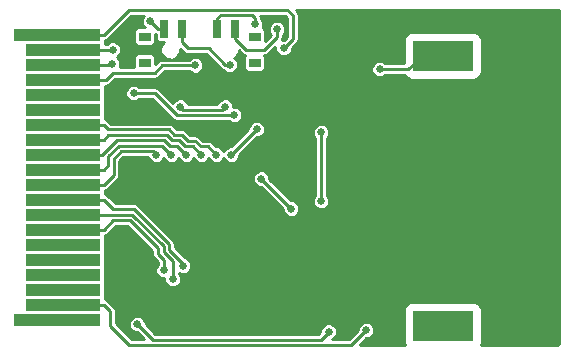
<source format=gtl>
%FSLAX46Y46*%
G04 Gerber Fmt 4.6, Leading zero omitted, Abs format (unit mm)*
G04 Created by KiCad (PCBNEW (2014-10-27 BZR 5228)-product) date 5/3/2015 5:03:20 PM*
%MOMM*%
G01*
G04 APERTURE LIST*
%ADD10C,0.100000*%
%ADD11R,5.080000X2.540000*%
%ADD12C,6.350000*%
%ADD13R,7.366000X1.016000*%
%ADD14R,6.350000X1.016000*%
%ADD15R,0.700000X1.500000*%
%ADD16R,1.000000X0.800000*%
%ADD17C,0.635000*%
%ADD18C,0.228600*%
%ADD19C,0.254000*%
G04 APERTURE END LIST*
D10*
D11*
X36322000Y-27178000D03*
D12*
X36322000Y-15748000D03*
D11*
X36322000Y-4318000D03*
D13*
X3683000Y-2540000D03*
D14*
X4191000Y-3810000D03*
X4191000Y-5080000D03*
X4191000Y-6350000D03*
X4191000Y-7620000D03*
X4191000Y-8890000D03*
X4191000Y-10160000D03*
X4191000Y-11430000D03*
X4191000Y-12700000D03*
X4191000Y-13970000D03*
X4191000Y-15240000D03*
X4191000Y-16510000D03*
X4191000Y-17780000D03*
X4191000Y-19050000D03*
X4191000Y-20320000D03*
X4191000Y-21590000D03*
X4191000Y-22860000D03*
X4191000Y-24130000D03*
X4191000Y-25400000D03*
D13*
X3683000Y-26670000D03*
D15*
X18748000Y-2060000D03*
X17248000Y-2060000D03*
X12748000Y-2060000D03*
D16*
X20398000Y-4910000D03*
X20398000Y-2710000D03*
X11098000Y-2710000D03*
X11098000Y-4910000D03*
D15*
X14248000Y-2060000D03*
D17*
X22860000Y-3683000D03*
X20447000Y-1651000D03*
X10477500Y-27051000D03*
X26670000Y-27686000D03*
X20955000Y-14732000D03*
X23495000Y-17272000D03*
X17145000Y-12700000D03*
X15875000Y-12700000D03*
X14605000Y-12700000D03*
X13335000Y-12700000D03*
X12065000Y-12700000D03*
X12700000Y-22479000D03*
X13462000Y-23241000D03*
X14351000Y-22098000D03*
X32385000Y-25146000D03*
X12065000Y-25019000D03*
X22860000Y-1397000D03*
X11557000Y-8636000D03*
X25654000Y-9398000D03*
X25400000Y-23368000D03*
X15367000Y-5143500D03*
X8382000Y-3810000D03*
X22288500Y-2095500D03*
X10160000Y-7493000D03*
X8318500Y-5016500D03*
X18669000Y-9334500D03*
X18415000Y-12700000D03*
X20574000Y-10541000D03*
X29845000Y-27559000D03*
X26035000Y-10795000D03*
X26035000Y-16637000D03*
X30988000Y-5461000D03*
X11557000Y-1397000D03*
X18288000Y-5080000D03*
X17907000Y-8636000D03*
X14097000Y-8636000D03*
D18*
X23622000Y-2921000D02*
X23622000Y-889000D01*
X23622000Y-889000D02*
X23164798Y-431798D01*
X23164798Y-431798D02*
X9728202Y-431798D01*
X9728202Y-431798D02*
X7620000Y-2540000D01*
X7620000Y-2540000D02*
X3683000Y-2540000D01*
X22860000Y-3683000D02*
X23622000Y-2921000D01*
X17248000Y-1167000D02*
X17526000Y-889000D01*
X17526000Y-889000D02*
X20193000Y-889000D01*
X20193000Y-889000D02*
X20447000Y-1143000D01*
X20447000Y-1143000D02*
X20447000Y-1651000D01*
X17248000Y-2060000D02*
X17248000Y-1167000D01*
X25984202Y-28371798D02*
X11798298Y-28371798D01*
X11798298Y-28371798D02*
X10477500Y-27051000D01*
X26670000Y-27686000D02*
X25984202Y-28371798D01*
X23495000Y-17272000D02*
X20955000Y-14732000D01*
X13598342Y-11023596D02*
X13141140Y-10566394D01*
X16446500Y-12001500D02*
X15823082Y-12001500D01*
X15823082Y-12001500D02*
X15360089Y-11538507D01*
X15360089Y-11538507D02*
X14736671Y-11538507D01*
X14736671Y-11538507D02*
X14221760Y-11023596D01*
X14221760Y-11023596D02*
X13598342Y-11023596D01*
X17145000Y-12700000D02*
X16446500Y-12001500D01*
X7620000Y-10160000D02*
X4191000Y-10160000D01*
X8026394Y-10566394D02*
X7620000Y-10160000D01*
X13141140Y-10566394D02*
X8026394Y-10566394D01*
X13408962Y-11480798D02*
X12951760Y-11023596D01*
X15875000Y-12700000D02*
X15170709Y-11995709D01*
X14032380Y-11480798D02*
X13408962Y-11480798D01*
X14547291Y-11995709D02*
X14032380Y-11480798D01*
X15170709Y-11995709D02*
X14547291Y-11995709D01*
X8026404Y-11023596D02*
X7620000Y-11430000D01*
X7620000Y-11430000D02*
X4191000Y-11430000D01*
X12951760Y-11023596D02*
X8026404Y-11023596D01*
X13219582Y-11938000D02*
X12762380Y-11480798D01*
X4191000Y-12700000D02*
X7493000Y-12700000D01*
X8712202Y-11480798D02*
X7493000Y-12700000D01*
X13843000Y-11938000D02*
X13219582Y-11938000D01*
X14605000Y-12700000D02*
X13843000Y-11938000D01*
X12762380Y-11480798D02*
X8712202Y-11480798D01*
X8901582Y-11938000D02*
X8001000Y-12838582D01*
X8001000Y-12838582D02*
X8001000Y-13589000D01*
X8001000Y-13589000D02*
X7620000Y-13970000D01*
X7620000Y-13970000D02*
X4191000Y-13970000D01*
X13335000Y-12700000D02*
X12573000Y-11938000D01*
X12573000Y-11938000D02*
X8901582Y-11938000D01*
X11760202Y-12395202D02*
X9090962Y-12395202D01*
X9090962Y-12395202D02*
X8458202Y-13027962D01*
X8458202Y-13027962D02*
X8458202Y-14401798D01*
X8458202Y-14401798D02*
X7620000Y-15240000D01*
X7620000Y-15240000D02*
X4191000Y-15240000D01*
X12065000Y-12700000D02*
X11760202Y-12395202D01*
X12700000Y-22479000D02*
X12700000Y-21601582D01*
X12700000Y-21601582D02*
X12237007Y-21138589D01*
X12237007Y-21138589D02*
X12237007Y-20642171D01*
X12237007Y-20642171D02*
X9832038Y-18237202D01*
X9832038Y-18237202D02*
X8432798Y-18237202D01*
X8432798Y-18237202D02*
X7620000Y-19050000D01*
X7620000Y-19050000D02*
X4191000Y-19050000D01*
X13462000Y-23241000D02*
X13462000Y-21717000D01*
X13462000Y-21717000D02*
X12694209Y-20949209D01*
X12694209Y-20949209D02*
X12694209Y-20452791D01*
X12694209Y-20452791D02*
X10021418Y-17780000D01*
X10021418Y-17780000D02*
X4191000Y-17780000D01*
X14351000Y-22098000D02*
X14351000Y-21959418D01*
X14351000Y-21959418D02*
X13151411Y-20759829D01*
X13151411Y-20759829D02*
X13151411Y-20263411D01*
X13151411Y-20263411D02*
X10210798Y-17322798D01*
X10210798Y-17322798D02*
X8432798Y-17322798D01*
X8432798Y-17322798D02*
X7620000Y-16510000D01*
X7620000Y-16510000D02*
X4191000Y-16510000D01*
X32385000Y-25146000D02*
X32385000Y-19685000D01*
X32385000Y-19685000D02*
X36322000Y-15748000D01*
X27051000Y-25019000D02*
X36322000Y-15748000D01*
X12065000Y-25019000D02*
X27051000Y-25019000D01*
X29972000Y-9398000D02*
X25654000Y-9398000D01*
X36322000Y-15748000D02*
X29972000Y-9398000D01*
X27051000Y-25019000D02*
X25400000Y-23368000D01*
X12573000Y-5143500D02*
X11938000Y-5778500D01*
X7810500Y-6350000D02*
X8382000Y-5778500D01*
X8382000Y-5778500D02*
X11938000Y-5778500D01*
X7810500Y-6350000D02*
X4191000Y-6350000D01*
X15367000Y-5143500D02*
X12573000Y-5143500D01*
X12573000Y-5143500D02*
X12636500Y-5143500D01*
X8382000Y-3810000D02*
X4191000Y-3810000D01*
X22288500Y-2730500D02*
X22288500Y-2095500D01*
X22288500Y-2730500D02*
X21209000Y-3810000D01*
X21209000Y-3810000D02*
X19685000Y-3810000D01*
X19685000Y-3810000D02*
X18748000Y-2873000D01*
X18748000Y-2060000D02*
X18748000Y-2873000D01*
X18669000Y-9334500D02*
X18656298Y-9347202D01*
X18656298Y-9347202D02*
X13792202Y-9347202D01*
X11938000Y-7493000D02*
X10160000Y-7493000D01*
X13792202Y-9347202D02*
X11938000Y-7493000D01*
X8255000Y-5080000D02*
X4191000Y-5080000D01*
X8318500Y-5016500D02*
X8255000Y-5080000D01*
X18415000Y-12700000D02*
X20574000Y-10541000D01*
X7620000Y-25400000D02*
X8128000Y-25908000D01*
X8128000Y-25908000D02*
X8128000Y-27178000D01*
X8128000Y-27178000D02*
X9779000Y-28829000D01*
X9779000Y-28829000D02*
X28575000Y-28829000D01*
X28575000Y-28829000D02*
X29845000Y-27559000D01*
X7620000Y-25400000D02*
X4191000Y-25400000D01*
X26035000Y-16637000D02*
X26035000Y-10795000D01*
X34544000Y-4318000D02*
X36322000Y-4318000D01*
X33401000Y-5461000D02*
X34544000Y-4318000D01*
X30988000Y-5461000D02*
X33401000Y-5461000D01*
X12220000Y-2060000D02*
X11557000Y-1397000D01*
X12748000Y-2060000D02*
X12220000Y-2060000D01*
X14248000Y-3199000D02*
X14732000Y-3683000D01*
X14732000Y-3683000D02*
X16510000Y-3683000D01*
X16510000Y-3683000D02*
X17907000Y-5080000D01*
X17907000Y-5080000D02*
X18288000Y-5080000D01*
X14248000Y-2060000D02*
X14248000Y-3199000D01*
X17907000Y-8636000D02*
X17653000Y-8890000D01*
X17653000Y-8890000D02*
X14351000Y-8890000D01*
X14351000Y-8890000D02*
X14097000Y-8636000D01*
D19*
G36*
X23126700Y-2715840D02*
X22858041Y-2984498D01*
X22721669Y-2984379D01*
X22696031Y-2994972D01*
X22746098Y-2920043D01*
X22783800Y-2730500D01*
X22783800Y-2588030D01*
X22880314Y-2491685D01*
X22986878Y-2235050D01*
X22987121Y-1957169D01*
X22881004Y-1700349D01*
X22684685Y-1503686D01*
X22428050Y-1397122D01*
X22150169Y-1396879D01*
X21893349Y-1502996D01*
X21696686Y-1699315D01*
X21590122Y-1955950D01*
X21589879Y-2233831D01*
X21695996Y-2490651D01*
X21761884Y-2556655D01*
X21279000Y-3039540D01*
X21279000Y-3034214D01*
X21279000Y-2234214D01*
X21220996Y-2094180D01*
X21113819Y-1987004D01*
X21071143Y-1969327D01*
X21145378Y-1790550D01*
X21145621Y-1512669D01*
X21039504Y-1255849D01*
X20942300Y-1158474D01*
X20942300Y-1143000D01*
X20904598Y-953457D01*
X20904598Y-953456D01*
X20886985Y-927098D01*
X22959638Y-927098D01*
X23126700Y-1094160D01*
X23126700Y-2715840D01*
X23126700Y-2715840D01*
G37*
X23126700Y-2715840D02*
X22858041Y-2984498D01*
X22721669Y-2984379D01*
X22696031Y-2994972D01*
X22746098Y-2920043D01*
X22783800Y-2730500D01*
X22783800Y-2588030D01*
X22880314Y-2491685D01*
X22986878Y-2235050D01*
X22987121Y-1957169D01*
X22881004Y-1700349D01*
X22684685Y-1503686D01*
X22428050Y-1397122D01*
X22150169Y-1396879D01*
X21893349Y-1502996D01*
X21696686Y-1699315D01*
X21590122Y-1955950D01*
X21589879Y-2233831D01*
X21695996Y-2490651D01*
X21761884Y-2556655D01*
X21279000Y-3039540D01*
X21279000Y-3034214D01*
X21279000Y-2234214D01*
X21220996Y-2094180D01*
X21113819Y-1987004D01*
X21071143Y-1969327D01*
X21145378Y-1790550D01*
X21145621Y-1512669D01*
X21039504Y-1255849D01*
X20942300Y-1158474D01*
X20942300Y-1143000D01*
X20904598Y-953457D01*
X20904598Y-953456D01*
X20886985Y-927098D01*
X22959638Y-927098D01*
X23126700Y-1094160D01*
X23126700Y-2715840D01*
G36*
X46178000Y-28659551D02*
X46164337Y-28728234D01*
X46149476Y-28750476D01*
X46127236Y-28765337D01*
X46058547Y-28779000D01*
X39549677Y-28779000D01*
X39624000Y-28599571D01*
X39624000Y-28296429D01*
X39624000Y-25756429D01*
X39624000Y-5739571D01*
X39624000Y-5436429D01*
X39624000Y-2896429D01*
X39507992Y-2616362D01*
X39293638Y-2402008D01*
X39013571Y-2286000D01*
X38710429Y-2286000D01*
X33630429Y-2286000D01*
X33350362Y-2402008D01*
X33136008Y-2616362D01*
X33020000Y-2896429D01*
X33020000Y-3199571D01*
X33020000Y-4965700D01*
X31480530Y-4965700D01*
X31384185Y-4869186D01*
X31127550Y-4762622D01*
X30849669Y-4762379D01*
X30592849Y-4868496D01*
X30396186Y-5064815D01*
X30289622Y-5321450D01*
X30289379Y-5599331D01*
X30395496Y-5856151D01*
X30591815Y-6052814D01*
X30848450Y-6159378D01*
X31126331Y-6159621D01*
X31383151Y-6053504D01*
X31480525Y-5956300D01*
X33109772Y-5956300D01*
X33136008Y-6019638D01*
X33350362Y-6233992D01*
X33630429Y-6350000D01*
X33933571Y-6350000D01*
X39013571Y-6350000D01*
X39293638Y-6233992D01*
X39507992Y-6019638D01*
X39624000Y-5739571D01*
X39624000Y-25756429D01*
X39507992Y-25476362D01*
X39293638Y-25262008D01*
X39013571Y-25146000D01*
X38710429Y-25146000D01*
X33630429Y-25146000D01*
X33350362Y-25262008D01*
X33136008Y-25476362D01*
X33020000Y-25756429D01*
X33020000Y-26059571D01*
X33020000Y-28599571D01*
X33094322Y-28779000D01*
X29325460Y-28779000D01*
X29846958Y-28257501D01*
X29983331Y-28257621D01*
X30240151Y-28151504D01*
X30436814Y-27955185D01*
X30543378Y-27698550D01*
X30543621Y-27420669D01*
X30437504Y-27163849D01*
X30241185Y-26967186D01*
X29984550Y-26860622D01*
X29706669Y-26860379D01*
X29449849Y-26966496D01*
X29253186Y-27162815D01*
X29146622Y-27419450D01*
X29146501Y-27557038D01*
X28369840Y-28333700D01*
X26931567Y-28333700D01*
X27065151Y-28278504D01*
X27261814Y-28082185D01*
X27368378Y-27825550D01*
X27368621Y-27547669D01*
X27262504Y-27290849D01*
X27066185Y-27094186D01*
X26809550Y-26987622D01*
X26733621Y-26987555D01*
X26733621Y-16498669D01*
X26627504Y-16241849D01*
X26530300Y-16144474D01*
X26530300Y-11287530D01*
X26626814Y-11191185D01*
X26733378Y-10934550D01*
X26733621Y-10656669D01*
X26627504Y-10399849D01*
X26431185Y-10203186D01*
X26174550Y-10096622D01*
X25896669Y-10096379D01*
X25639849Y-10202496D01*
X25443186Y-10398815D01*
X25336622Y-10655450D01*
X25336379Y-10933331D01*
X25442496Y-11190151D01*
X25539700Y-11287525D01*
X25539700Y-16144469D01*
X25443186Y-16240815D01*
X25336622Y-16497450D01*
X25336379Y-16775331D01*
X25442496Y-17032151D01*
X25638815Y-17228814D01*
X25895450Y-17335378D01*
X26173331Y-17335621D01*
X26430151Y-17229504D01*
X26626814Y-17033185D01*
X26733378Y-16776550D01*
X26733621Y-16498669D01*
X26733621Y-26987555D01*
X26531669Y-26987379D01*
X26274849Y-27093496D01*
X26078186Y-27289815D01*
X25971622Y-27546450D01*
X25971501Y-27684038D01*
X25779042Y-27876498D01*
X24193621Y-27876498D01*
X24193621Y-17133669D01*
X24087504Y-16876849D01*
X23891185Y-16680186D01*
X23634550Y-16573622D01*
X23496961Y-16573501D01*
X21653501Y-14730041D01*
X21653621Y-14593669D01*
X21547504Y-14336849D01*
X21351185Y-14140186D01*
X21094550Y-14033622D01*
X20816669Y-14033379D01*
X20559849Y-14139496D01*
X20363186Y-14335815D01*
X20256622Y-14592450D01*
X20256379Y-14870331D01*
X20362496Y-15127151D01*
X20558815Y-15323814D01*
X20815450Y-15430378D01*
X20953038Y-15430498D01*
X22796498Y-17273958D01*
X22796379Y-17410331D01*
X22902496Y-17667151D01*
X23098815Y-17863814D01*
X23355450Y-17970378D01*
X23633331Y-17970621D01*
X23890151Y-17864504D01*
X24086814Y-17668185D01*
X24193378Y-17411550D01*
X24193621Y-17133669D01*
X24193621Y-27876498D01*
X12003458Y-27876498D01*
X11176001Y-27049041D01*
X11176121Y-26912669D01*
X11070004Y-26655849D01*
X10873685Y-26459186D01*
X10617050Y-26352622D01*
X10339169Y-26352379D01*
X10082349Y-26458496D01*
X9885686Y-26654815D01*
X9779122Y-26911450D01*
X9778879Y-27189331D01*
X9884996Y-27446151D01*
X10081315Y-27642814D01*
X10337950Y-27749378D01*
X10475538Y-27749498D01*
X11059740Y-28333700D01*
X9984160Y-28333700D01*
X8623300Y-26972840D01*
X8623300Y-25908000D01*
X8585598Y-25718457D01*
X8585597Y-25718456D01*
X8478230Y-25557770D01*
X7970230Y-25049770D01*
X7809544Y-24942402D01*
X7747000Y-24929961D01*
X7747000Y-24816214D01*
X7725786Y-24764999D01*
X7747000Y-24713785D01*
X7747000Y-24562214D01*
X7747000Y-23546214D01*
X7725786Y-23494999D01*
X7747000Y-23443785D01*
X7747000Y-23292214D01*
X7747000Y-22276214D01*
X7725786Y-22224999D01*
X7747000Y-22173785D01*
X7747000Y-22022214D01*
X7747000Y-21006214D01*
X7725786Y-20954999D01*
X7747000Y-20903785D01*
X7747000Y-20752214D01*
X7747000Y-19736214D01*
X7725786Y-19684999D01*
X7747000Y-19633785D01*
X7747000Y-19520038D01*
X7809543Y-19507598D01*
X7809544Y-19507598D01*
X7970230Y-19400230D01*
X8637958Y-18732502D01*
X9626878Y-18732502D01*
X11741707Y-20847331D01*
X11741707Y-21138589D01*
X11779409Y-21328133D01*
X11886777Y-21488819D01*
X12204700Y-21806742D01*
X12204700Y-21986469D01*
X12108186Y-22082815D01*
X12001622Y-22339450D01*
X12001379Y-22617331D01*
X12107496Y-22874151D01*
X12303815Y-23070814D01*
X12560450Y-23177378D01*
X12763555Y-23177555D01*
X12763379Y-23379331D01*
X12869496Y-23636151D01*
X13065815Y-23832814D01*
X13322450Y-23939378D01*
X13600331Y-23939621D01*
X13857151Y-23833504D01*
X14053814Y-23637185D01*
X14160378Y-23380550D01*
X14160621Y-23102669D01*
X14054504Y-22845849D01*
X13957300Y-22748474D01*
X13957300Y-22690845D01*
X14211450Y-22796378D01*
X14489331Y-22796621D01*
X14746151Y-22690504D01*
X14942814Y-22494185D01*
X15049378Y-22237550D01*
X15049621Y-21959669D01*
X14943504Y-21702849D01*
X14747185Y-21506186D01*
X14492455Y-21400413D01*
X13646711Y-20554669D01*
X13646711Y-20263411D01*
X13609009Y-20073868D01*
X13501641Y-19913181D01*
X10561028Y-16972568D01*
X10400342Y-16865200D01*
X10210798Y-16827498D01*
X8637958Y-16827498D01*
X7970230Y-16159770D01*
X7809544Y-16052402D01*
X7747000Y-16039961D01*
X7747000Y-15926214D01*
X7725786Y-15874999D01*
X7747000Y-15823785D01*
X7747000Y-15710038D01*
X7809543Y-15697598D01*
X7809544Y-15697598D01*
X7970230Y-15590230D01*
X8808432Y-14752028D01*
X8915800Y-14591341D01*
X8953502Y-14401798D01*
X8953502Y-13233122D01*
X9296122Y-12890502D01*
X11387935Y-12890502D01*
X11472496Y-13095151D01*
X11668815Y-13291814D01*
X11925450Y-13398378D01*
X12203331Y-13398621D01*
X12460151Y-13292504D01*
X12656814Y-13096185D01*
X12699974Y-12992242D01*
X12742496Y-13095151D01*
X12938815Y-13291814D01*
X13195450Y-13398378D01*
X13473331Y-13398621D01*
X13730151Y-13292504D01*
X13926814Y-13096185D01*
X13969974Y-12992242D01*
X14012496Y-13095151D01*
X14208815Y-13291814D01*
X14465450Y-13398378D01*
X14743331Y-13398621D01*
X15000151Y-13292504D01*
X15196814Y-13096185D01*
X15239974Y-12992242D01*
X15282496Y-13095151D01*
X15478815Y-13291814D01*
X15735450Y-13398378D01*
X16013331Y-13398621D01*
X16270151Y-13292504D01*
X16466814Y-13096185D01*
X16509974Y-12992242D01*
X16552496Y-13095151D01*
X16748815Y-13291814D01*
X17005450Y-13398378D01*
X17283331Y-13398621D01*
X17540151Y-13292504D01*
X17736814Y-13096185D01*
X17779974Y-12992242D01*
X17822496Y-13095151D01*
X18018815Y-13291814D01*
X18275450Y-13398378D01*
X18553331Y-13398621D01*
X18810151Y-13292504D01*
X19006814Y-13096185D01*
X19113378Y-12839550D01*
X19113498Y-12701961D01*
X20575958Y-11239501D01*
X20712331Y-11239621D01*
X20969151Y-11133504D01*
X21165814Y-10937185D01*
X21272378Y-10680550D01*
X21272621Y-10402669D01*
X21166504Y-10145849D01*
X20970185Y-9949186D01*
X20713550Y-9842622D01*
X20435669Y-9842379D01*
X20178849Y-9948496D01*
X19982186Y-10144815D01*
X19875622Y-10401450D01*
X19875501Y-10539038D01*
X19367621Y-11046918D01*
X19367621Y-9196169D01*
X19261504Y-8939349D01*
X19065185Y-8742686D01*
X18808550Y-8636122D01*
X18605500Y-8635944D01*
X18605621Y-8497669D01*
X18499504Y-8240849D01*
X18303185Y-8044186D01*
X18046550Y-7937622D01*
X17768669Y-7937379D01*
X17511849Y-8043496D01*
X17315186Y-8239815D01*
X17250872Y-8394700D01*
X14753074Y-8394700D01*
X14689504Y-8240849D01*
X14493185Y-8044186D01*
X14236550Y-7937622D01*
X13958669Y-7937379D01*
X13701849Y-8043496D01*
X13505186Y-8239815D01*
X13470003Y-8324543D01*
X12288230Y-7142770D01*
X12127544Y-7035402D01*
X11938000Y-6997700D01*
X10652530Y-6997700D01*
X10556185Y-6901186D01*
X10299550Y-6794622D01*
X10021669Y-6794379D01*
X9764849Y-6900496D01*
X9568186Y-7096815D01*
X9461622Y-7353450D01*
X9461379Y-7631331D01*
X9567496Y-7888151D01*
X9763815Y-8084814D01*
X10020450Y-8191378D01*
X10298331Y-8191621D01*
X10555151Y-8085504D01*
X10652525Y-7988300D01*
X11732840Y-7988300D01*
X13441972Y-9697432D01*
X13602659Y-9804800D01*
X13792202Y-9842502D01*
X18189149Y-9842502D01*
X18272815Y-9926314D01*
X18529450Y-10032878D01*
X18807331Y-10033121D01*
X19064151Y-9927004D01*
X19260814Y-9730685D01*
X19367378Y-9474050D01*
X19367621Y-9196169D01*
X19367621Y-11046918D01*
X18413041Y-12001498D01*
X18276669Y-12001379D01*
X18019849Y-12107496D01*
X17823186Y-12303815D01*
X17780025Y-12407757D01*
X17737504Y-12304849D01*
X17541185Y-12108186D01*
X17284550Y-12001622D01*
X17146961Y-12001501D01*
X16796730Y-11651270D01*
X16636044Y-11543902D01*
X16446500Y-11506200D01*
X16028242Y-11506200D01*
X15710319Y-11188277D01*
X15549633Y-11080909D01*
X15360089Y-11043207D01*
X14941831Y-11043207D01*
X14571990Y-10673366D01*
X14411304Y-10565998D01*
X14221760Y-10528296D01*
X13803502Y-10528296D01*
X13491370Y-10216164D01*
X13330684Y-10108796D01*
X13141140Y-10071094D01*
X8231554Y-10071094D01*
X7970230Y-9809770D01*
X7809544Y-9702402D01*
X7747000Y-9689961D01*
X7747000Y-9576214D01*
X7725786Y-9524999D01*
X7747000Y-9473785D01*
X7747000Y-9322214D01*
X7747000Y-8306214D01*
X7725786Y-8254999D01*
X7747000Y-8203785D01*
X7747000Y-8052214D01*
X7747000Y-7036214D01*
X7725786Y-6984999D01*
X7747000Y-6933785D01*
X7747000Y-6845300D01*
X7810500Y-6845300D01*
X8000043Y-6807598D01*
X8000044Y-6807598D01*
X8160730Y-6700230D01*
X8587160Y-6273800D01*
X11938000Y-6273800D01*
X12127543Y-6236098D01*
X12127544Y-6236098D01*
X12288230Y-6128730D01*
X12778160Y-5638800D01*
X14874469Y-5638800D01*
X14970815Y-5735314D01*
X15227450Y-5841878D01*
X15505331Y-5842121D01*
X15762151Y-5736004D01*
X15958814Y-5539685D01*
X16065378Y-5283050D01*
X16065621Y-5005169D01*
X15959504Y-4748349D01*
X15763185Y-4551686D01*
X15506550Y-4445122D01*
X15228669Y-4444879D01*
X14971849Y-4550996D01*
X14874474Y-4648200D01*
X12636500Y-4648200D01*
X12573000Y-4648200D01*
X12383457Y-4685902D01*
X12222770Y-4793270D01*
X11979000Y-5037040D01*
X11979000Y-4434214D01*
X11920996Y-4294180D01*
X11813819Y-4187004D01*
X11673785Y-4129000D01*
X11522214Y-4129000D01*
X10522214Y-4129000D01*
X10382180Y-4187004D01*
X10275004Y-4294181D01*
X10217000Y-4434215D01*
X10217000Y-4585786D01*
X10217000Y-5283200D01*
X8964080Y-5283200D01*
X9016878Y-5156050D01*
X9017121Y-4878169D01*
X8911004Y-4621349D01*
X8717249Y-4427255D01*
X8777151Y-4402504D01*
X8973814Y-4206185D01*
X9080378Y-3949550D01*
X9080621Y-3671669D01*
X8974504Y-3414849D01*
X8778185Y-3218186D01*
X8521550Y-3111622D01*
X8243669Y-3111379D01*
X7986849Y-3217496D01*
X7889474Y-3314700D01*
X7747000Y-3314700D01*
X7747000Y-3226214D01*
X7725786Y-3174999D01*
X7747000Y-3123785D01*
X7747000Y-3010038D01*
X7809543Y-2997598D01*
X7809544Y-2997598D01*
X7970230Y-2890230D01*
X9933362Y-927098D01*
X11039032Y-927098D01*
X10965186Y-1000815D01*
X10858622Y-1257450D01*
X10858379Y-1535331D01*
X10964496Y-1792151D01*
X11101105Y-1929000D01*
X10522214Y-1929000D01*
X10382180Y-1987004D01*
X10275004Y-2094181D01*
X10217000Y-2234215D01*
X10217000Y-2385786D01*
X10217000Y-3185786D01*
X10275004Y-3325820D01*
X10382181Y-3432996D01*
X10522215Y-3491000D01*
X10673786Y-3491000D01*
X11673786Y-3491000D01*
X11813820Y-3432996D01*
X11920996Y-3325819D01*
X11979000Y-3185785D01*
X11979000Y-3034214D01*
X11979000Y-2483215D01*
X12017000Y-2508606D01*
X12017000Y-2885786D01*
X12075004Y-3025820D01*
X12182181Y-3132996D01*
X12322215Y-3191000D01*
X12473786Y-3191000D01*
X12691842Y-3191000D01*
X12543923Y-3338662D01*
X12417145Y-3643979D01*
X12416856Y-3974571D01*
X12543102Y-4280109D01*
X12776662Y-4514077D01*
X13081979Y-4640855D01*
X13412571Y-4641144D01*
X13718109Y-4514898D01*
X13952077Y-4281338D01*
X14078855Y-3976021D01*
X14079069Y-3730529D01*
X14381770Y-4033230D01*
X14542456Y-4140598D01*
X14542457Y-4140598D01*
X14732000Y-4178300D01*
X16304840Y-4178300D01*
X17556770Y-5430230D01*
X17717456Y-5537598D01*
X17717457Y-5537598D01*
X17767837Y-5547619D01*
X17891815Y-5671814D01*
X18148450Y-5778378D01*
X18426331Y-5778621D01*
X18683151Y-5672504D01*
X18879814Y-5476185D01*
X18986378Y-5219550D01*
X18986621Y-4941669D01*
X18880504Y-4684849D01*
X18684294Y-4488295D01*
X18696895Y-4483089D01*
X18920305Y-4260069D01*
X19041362Y-3968529D01*
X19041450Y-3866910D01*
X19334770Y-4160230D01*
X19495456Y-4267598D01*
X19495457Y-4267598D01*
X19583978Y-4285206D01*
X19575004Y-4294181D01*
X19517000Y-4434215D01*
X19517000Y-4585786D01*
X19517000Y-5385786D01*
X19575004Y-5525820D01*
X19682181Y-5632996D01*
X19822215Y-5691000D01*
X19973786Y-5691000D01*
X20973786Y-5691000D01*
X21113820Y-5632996D01*
X21220996Y-5525819D01*
X21279000Y-5385785D01*
X21279000Y-5234214D01*
X21279000Y-4434214D01*
X21224338Y-4302249D01*
X21398543Y-4267598D01*
X21398544Y-4267598D01*
X21559230Y-4160230D01*
X22161609Y-3557850D01*
X22161379Y-3821331D01*
X22267496Y-4078151D01*
X22463815Y-4274814D01*
X22720450Y-4381378D01*
X22998331Y-4381621D01*
X23255151Y-4275504D01*
X23451814Y-4079185D01*
X23558378Y-3822550D01*
X23558498Y-3684961D01*
X23972230Y-3271230D01*
X24079598Y-3110543D01*
X24117300Y-2921000D01*
X24117300Y-889000D01*
X24079598Y-699457D01*
X24079598Y-699456D01*
X23972230Y-538770D01*
X23864460Y-431000D01*
X46058547Y-431000D01*
X46127236Y-444662D01*
X46149476Y-459523D01*
X46164337Y-481765D01*
X46178000Y-550448D01*
X46178000Y-28659551D01*
X46178000Y-28659551D01*
G37*
X46178000Y-28659551D02*
X46164337Y-28728234D01*
X46149476Y-28750476D01*
X46127236Y-28765337D01*
X46058547Y-28779000D01*
X39549677Y-28779000D01*
X39624000Y-28599571D01*
X39624000Y-28296429D01*
X39624000Y-25756429D01*
X39624000Y-5739571D01*
X39624000Y-5436429D01*
X39624000Y-2896429D01*
X39507992Y-2616362D01*
X39293638Y-2402008D01*
X39013571Y-2286000D01*
X38710429Y-2286000D01*
X33630429Y-2286000D01*
X33350362Y-2402008D01*
X33136008Y-2616362D01*
X33020000Y-2896429D01*
X33020000Y-3199571D01*
X33020000Y-4965700D01*
X31480530Y-4965700D01*
X31384185Y-4869186D01*
X31127550Y-4762622D01*
X30849669Y-4762379D01*
X30592849Y-4868496D01*
X30396186Y-5064815D01*
X30289622Y-5321450D01*
X30289379Y-5599331D01*
X30395496Y-5856151D01*
X30591815Y-6052814D01*
X30848450Y-6159378D01*
X31126331Y-6159621D01*
X31383151Y-6053504D01*
X31480525Y-5956300D01*
X33109772Y-5956300D01*
X33136008Y-6019638D01*
X33350362Y-6233992D01*
X33630429Y-6350000D01*
X33933571Y-6350000D01*
X39013571Y-6350000D01*
X39293638Y-6233992D01*
X39507992Y-6019638D01*
X39624000Y-5739571D01*
X39624000Y-25756429D01*
X39507992Y-25476362D01*
X39293638Y-25262008D01*
X39013571Y-25146000D01*
X38710429Y-25146000D01*
X33630429Y-25146000D01*
X33350362Y-25262008D01*
X33136008Y-25476362D01*
X33020000Y-25756429D01*
X33020000Y-26059571D01*
X33020000Y-28599571D01*
X33094322Y-28779000D01*
X29325460Y-28779000D01*
X29846958Y-28257501D01*
X29983331Y-28257621D01*
X30240151Y-28151504D01*
X30436814Y-27955185D01*
X30543378Y-27698550D01*
X30543621Y-27420669D01*
X30437504Y-27163849D01*
X30241185Y-26967186D01*
X29984550Y-26860622D01*
X29706669Y-26860379D01*
X29449849Y-26966496D01*
X29253186Y-27162815D01*
X29146622Y-27419450D01*
X29146501Y-27557038D01*
X28369840Y-28333700D01*
X26931567Y-28333700D01*
X27065151Y-28278504D01*
X27261814Y-28082185D01*
X27368378Y-27825550D01*
X27368621Y-27547669D01*
X27262504Y-27290849D01*
X27066185Y-27094186D01*
X26809550Y-26987622D01*
X26733621Y-26987555D01*
X26733621Y-16498669D01*
X26627504Y-16241849D01*
X26530300Y-16144474D01*
X26530300Y-11287530D01*
X26626814Y-11191185D01*
X26733378Y-10934550D01*
X26733621Y-10656669D01*
X26627504Y-10399849D01*
X26431185Y-10203186D01*
X26174550Y-10096622D01*
X25896669Y-10096379D01*
X25639849Y-10202496D01*
X25443186Y-10398815D01*
X25336622Y-10655450D01*
X25336379Y-10933331D01*
X25442496Y-11190151D01*
X25539700Y-11287525D01*
X25539700Y-16144469D01*
X25443186Y-16240815D01*
X25336622Y-16497450D01*
X25336379Y-16775331D01*
X25442496Y-17032151D01*
X25638815Y-17228814D01*
X25895450Y-17335378D01*
X26173331Y-17335621D01*
X26430151Y-17229504D01*
X26626814Y-17033185D01*
X26733378Y-16776550D01*
X26733621Y-16498669D01*
X26733621Y-26987555D01*
X26531669Y-26987379D01*
X26274849Y-27093496D01*
X26078186Y-27289815D01*
X25971622Y-27546450D01*
X25971501Y-27684038D01*
X25779042Y-27876498D01*
X24193621Y-27876498D01*
X24193621Y-17133669D01*
X24087504Y-16876849D01*
X23891185Y-16680186D01*
X23634550Y-16573622D01*
X23496961Y-16573501D01*
X21653501Y-14730041D01*
X21653621Y-14593669D01*
X21547504Y-14336849D01*
X21351185Y-14140186D01*
X21094550Y-14033622D01*
X20816669Y-14033379D01*
X20559849Y-14139496D01*
X20363186Y-14335815D01*
X20256622Y-14592450D01*
X20256379Y-14870331D01*
X20362496Y-15127151D01*
X20558815Y-15323814D01*
X20815450Y-15430378D01*
X20953038Y-15430498D01*
X22796498Y-17273958D01*
X22796379Y-17410331D01*
X22902496Y-17667151D01*
X23098815Y-17863814D01*
X23355450Y-17970378D01*
X23633331Y-17970621D01*
X23890151Y-17864504D01*
X24086814Y-17668185D01*
X24193378Y-17411550D01*
X24193621Y-17133669D01*
X24193621Y-27876498D01*
X12003458Y-27876498D01*
X11176001Y-27049041D01*
X11176121Y-26912669D01*
X11070004Y-26655849D01*
X10873685Y-26459186D01*
X10617050Y-26352622D01*
X10339169Y-26352379D01*
X10082349Y-26458496D01*
X9885686Y-26654815D01*
X9779122Y-26911450D01*
X9778879Y-27189331D01*
X9884996Y-27446151D01*
X10081315Y-27642814D01*
X10337950Y-27749378D01*
X10475538Y-27749498D01*
X11059740Y-28333700D01*
X9984160Y-28333700D01*
X8623300Y-26972840D01*
X8623300Y-25908000D01*
X8585598Y-25718457D01*
X8585597Y-25718456D01*
X8478230Y-25557770D01*
X7970230Y-25049770D01*
X7809544Y-24942402D01*
X7747000Y-24929961D01*
X7747000Y-24816214D01*
X7725786Y-24764999D01*
X7747000Y-24713785D01*
X7747000Y-24562214D01*
X7747000Y-23546214D01*
X7725786Y-23494999D01*
X7747000Y-23443785D01*
X7747000Y-23292214D01*
X7747000Y-22276214D01*
X7725786Y-22224999D01*
X7747000Y-22173785D01*
X7747000Y-22022214D01*
X7747000Y-21006214D01*
X7725786Y-20954999D01*
X7747000Y-20903785D01*
X7747000Y-20752214D01*
X7747000Y-19736214D01*
X7725786Y-19684999D01*
X7747000Y-19633785D01*
X7747000Y-19520038D01*
X7809543Y-19507598D01*
X7809544Y-19507598D01*
X7970230Y-19400230D01*
X8637958Y-18732502D01*
X9626878Y-18732502D01*
X11741707Y-20847331D01*
X11741707Y-21138589D01*
X11779409Y-21328133D01*
X11886777Y-21488819D01*
X12204700Y-21806742D01*
X12204700Y-21986469D01*
X12108186Y-22082815D01*
X12001622Y-22339450D01*
X12001379Y-22617331D01*
X12107496Y-22874151D01*
X12303815Y-23070814D01*
X12560450Y-23177378D01*
X12763555Y-23177555D01*
X12763379Y-23379331D01*
X12869496Y-23636151D01*
X13065815Y-23832814D01*
X13322450Y-23939378D01*
X13600331Y-23939621D01*
X13857151Y-23833504D01*
X14053814Y-23637185D01*
X14160378Y-23380550D01*
X14160621Y-23102669D01*
X14054504Y-22845849D01*
X13957300Y-22748474D01*
X13957300Y-22690845D01*
X14211450Y-22796378D01*
X14489331Y-22796621D01*
X14746151Y-22690504D01*
X14942814Y-22494185D01*
X15049378Y-22237550D01*
X15049621Y-21959669D01*
X14943504Y-21702849D01*
X14747185Y-21506186D01*
X14492455Y-21400413D01*
X13646711Y-20554669D01*
X13646711Y-20263411D01*
X13609009Y-20073868D01*
X13501641Y-19913181D01*
X10561028Y-16972568D01*
X10400342Y-16865200D01*
X10210798Y-16827498D01*
X8637958Y-16827498D01*
X7970230Y-16159770D01*
X7809544Y-16052402D01*
X7747000Y-16039961D01*
X7747000Y-15926214D01*
X7725786Y-15874999D01*
X7747000Y-15823785D01*
X7747000Y-15710038D01*
X7809543Y-15697598D01*
X7809544Y-15697598D01*
X7970230Y-15590230D01*
X8808432Y-14752028D01*
X8915800Y-14591341D01*
X8953502Y-14401798D01*
X8953502Y-13233122D01*
X9296122Y-12890502D01*
X11387935Y-12890502D01*
X11472496Y-13095151D01*
X11668815Y-13291814D01*
X11925450Y-13398378D01*
X12203331Y-13398621D01*
X12460151Y-13292504D01*
X12656814Y-13096185D01*
X12699974Y-12992242D01*
X12742496Y-13095151D01*
X12938815Y-13291814D01*
X13195450Y-13398378D01*
X13473331Y-13398621D01*
X13730151Y-13292504D01*
X13926814Y-13096185D01*
X13969974Y-12992242D01*
X14012496Y-13095151D01*
X14208815Y-13291814D01*
X14465450Y-13398378D01*
X14743331Y-13398621D01*
X15000151Y-13292504D01*
X15196814Y-13096185D01*
X15239974Y-12992242D01*
X15282496Y-13095151D01*
X15478815Y-13291814D01*
X15735450Y-13398378D01*
X16013331Y-13398621D01*
X16270151Y-13292504D01*
X16466814Y-13096185D01*
X16509974Y-12992242D01*
X16552496Y-13095151D01*
X16748815Y-13291814D01*
X17005450Y-13398378D01*
X17283331Y-13398621D01*
X17540151Y-13292504D01*
X17736814Y-13096185D01*
X17779974Y-12992242D01*
X17822496Y-13095151D01*
X18018815Y-13291814D01*
X18275450Y-13398378D01*
X18553331Y-13398621D01*
X18810151Y-13292504D01*
X19006814Y-13096185D01*
X19113378Y-12839550D01*
X19113498Y-12701961D01*
X20575958Y-11239501D01*
X20712331Y-11239621D01*
X20969151Y-11133504D01*
X21165814Y-10937185D01*
X21272378Y-10680550D01*
X21272621Y-10402669D01*
X21166504Y-10145849D01*
X20970185Y-9949186D01*
X20713550Y-9842622D01*
X20435669Y-9842379D01*
X20178849Y-9948496D01*
X19982186Y-10144815D01*
X19875622Y-10401450D01*
X19875501Y-10539038D01*
X19367621Y-11046918D01*
X19367621Y-9196169D01*
X19261504Y-8939349D01*
X19065185Y-8742686D01*
X18808550Y-8636122D01*
X18605500Y-8635944D01*
X18605621Y-8497669D01*
X18499504Y-8240849D01*
X18303185Y-8044186D01*
X18046550Y-7937622D01*
X17768669Y-7937379D01*
X17511849Y-8043496D01*
X17315186Y-8239815D01*
X17250872Y-8394700D01*
X14753074Y-8394700D01*
X14689504Y-8240849D01*
X14493185Y-8044186D01*
X14236550Y-7937622D01*
X13958669Y-7937379D01*
X13701849Y-8043496D01*
X13505186Y-8239815D01*
X13470003Y-8324543D01*
X12288230Y-7142770D01*
X12127544Y-7035402D01*
X11938000Y-6997700D01*
X10652530Y-6997700D01*
X10556185Y-6901186D01*
X10299550Y-6794622D01*
X10021669Y-6794379D01*
X9764849Y-6900496D01*
X9568186Y-7096815D01*
X9461622Y-7353450D01*
X9461379Y-7631331D01*
X9567496Y-7888151D01*
X9763815Y-8084814D01*
X10020450Y-8191378D01*
X10298331Y-8191621D01*
X10555151Y-8085504D01*
X10652525Y-7988300D01*
X11732840Y-7988300D01*
X13441972Y-9697432D01*
X13602659Y-9804800D01*
X13792202Y-9842502D01*
X18189149Y-9842502D01*
X18272815Y-9926314D01*
X18529450Y-10032878D01*
X18807331Y-10033121D01*
X19064151Y-9927004D01*
X19260814Y-9730685D01*
X19367378Y-9474050D01*
X19367621Y-9196169D01*
X19367621Y-11046918D01*
X18413041Y-12001498D01*
X18276669Y-12001379D01*
X18019849Y-12107496D01*
X17823186Y-12303815D01*
X17780025Y-12407757D01*
X17737504Y-12304849D01*
X17541185Y-12108186D01*
X17284550Y-12001622D01*
X17146961Y-12001501D01*
X16796730Y-11651270D01*
X16636044Y-11543902D01*
X16446500Y-11506200D01*
X16028242Y-11506200D01*
X15710319Y-11188277D01*
X15549633Y-11080909D01*
X15360089Y-11043207D01*
X14941831Y-11043207D01*
X14571990Y-10673366D01*
X14411304Y-10565998D01*
X14221760Y-10528296D01*
X13803502Y-10528296D01*
X13491370Y-10216164D01*
X13330684Y-10108796D01*
X13141140Y-10071094D01*
X8231554Y-10071094D01*
X7970230Y-9809770D01*
X7809544Y-9702402D01*
X7747000Y-9689961D01*
X7747000Y-9576214D01*
X7725786Y-9524999D01*
X7747000Y-9473785D01*
X7747000Y-9322214D01*
X7747000Y-8306214D01*
X7725786Y-8254999D01*
X7747000Y-8203785D01*
X7747000Y-8052214D01*
X7747000Y-7036214D01*
X7725786Y-6984999D01*
X7747000Y-6933785D01*
X7747000Y-6845300D01*
X7810500Y-6845300D01*
X8000043Y-6807598D01*
X8000044Y-6807598D01*
X8160730Y-6700230D01*
X8587160Y-6273800D01*
X11938000Y-6273800D01*
X12127543Y-6236098D01*
X12127544Y-6236098D01*
X12288230Y-6128730D01*
X12778160Y-5638800D01*
X14874469Y-5638800D01*
X14970815Y-5735314D01*
X15227450Y-5841878D01*
X15505331Y-5842121D01*
X15762151Y-5736004D01*
X15958814Y-5539685D01*
X16065378Y-5283050D01*
X16065621Y-5005169D01*
X15959504Y-4748349D01*
X15763185Y-4551686D01*
X15506550Y-4445122D01*
X15228669Y-4444879D01*
X14971849Y-4550996D01*
X14874474Y-4648200D01*
X12636500Y-4648200D01*
X12573000Y-4648200D01*
X12383457Y-4685902D01*
X12222770Y-4793270D01*
X11979000Y-5037040D01*
X11979000Y-4434214D01*
X11920996Y-4294180D01*
X11813819Y-4187004D01*
X11673785Y-4129000D01*
X11522214Y-4129000D01*
X10522214Y-4129000D01*
X10382180Y-4187004D01*
X10275004Y-4294181D01*
X10217000Y-4434215D01*
X10217000Y-4585786D01*
X10217000Y-5283200D01*
X8964080Y-5283200D01*
X9016878Y-5156050D01*
X9017121Y-4878169D01*
X8911004Y-4621349D01*
X8717249Y-4427255D01*
X8777151Y-4402504D01*
X8973814Y-4206185D01*
X9080378Y-3949550D01*
X9080621Y-3671669D01*
X8974504Y-3414849D01*
X8778185Y-3218186D01*
X8521550Y-3111622D01*
X8243669Y-3111379D01*
X7986849Y-3217496D01*
X7889474Y-3314700D01*
X7747000Y-3314700D01*
X7747000Y-3226214D01*
X7725786Y-3174999D01*
X7747000Y-3123785D01*
X7747000Y-3010038D01*
X7809543Y-2997598D01*
X7809544Y-2997598D01*
X7970230Y-2890230D01*
X9933362Y-927098D01*
X11039032Y-927098D01*
X10965186Y-1000815D01*
X10858622Y-1257450D01*
X10858379Y-1535331D01*
X10964496Y-1792151D01*
X11101105Y-1929000D01*
X10522214Y-1929000D01*
X10382180Y-1987004D01*
X10275004Y-2094181D01*
X10217000Y-2234215D01*
X10217000Y-2385786D01*
X10217000Y-3185786D01*
X10275004Y-3325820D01*
X10382181Y-3432996D01*
X10522215Y-3491000D01*
X10673786Y-3491000D01*
X11673786Y-3491000D01*
X11813820Y-3432996D01*
X11920996Y-3325819D01*
X11979000Y-3185785D01*
X11979000Y-3034214D01*
X11979000Y-2483215D01*
X12017000Y-2508606D01*
X12017000Y-2885786D01*
X12075004Y-3025820D01*
X12182181Y-3132996D01*
X12322215Y-3191000D01*
X12473786Y-3191000D01*
X12691842Y-3191000D01*
X12543923Y-3338662D01*
X12417145Y-3643979D01*
X12416856Y-3974571D01*
X12543102Y-4280109D01*
X12776662Y-4514077D01*
X13081979Y-4640855D01*
X13412571Y-4641144D01*
X13718109Y-4514898D01*
X13952077Y-4281338D01*
X14078855Y-3976021D01*
X14079069Y-3730529D01*
X14381770Y-4033230D01*
X14542456Y-4140598D01*
X14542457Y-4140598D01*
X14732000Y-4178300D01*
X16304840Y-4178300D01*
X17556770Y-5430230D01*
X17717456Y-5537598D01*
X17717457Y-5537598D01*
X17767837Y-5547619D01*
X17891815Y-5671814D01*
X18148450Y-5778378D01*
X18426331Y-5778621D01*
X18683151Y-5672504D01*
X18879814Y-5476185D01*
X18986378Y-5219550D01*
X18986621Y-4941669D01*
X18880504Y-4684849D01*
X18684294Y-4488295D01*
X18696895Y-4483089D01*
X18920305Y-4260069D01*
X19041362Y-3968529D01*
X19041450Y-3866910D01*
X19334770Y-4160230D01*
X19495456Y-4267598D01*
X19495457Y-4267598D01*
X19583978Y-4285206D01*
X19575004Y-4294181D01*
X19517000Y-4434215D01*
X19517000Y-4585786D01*
X19517000Y-5385786D01*
X19575004Y-5525820D01*
X19682181Y-5632996D01*
X19822215Y-5691000D01*
X19973786Y-5691000D01*
X20973786Y-5691000D01*
X21113820Y-5632996D01*
X21220996Y-5525819D01*
X21279000Y-5385785D01*
X21279000Y-5234214D01*
X21279000Y-4434214D01*
X21224338Y-4302249D01*
X21398543Y-4267598D01*
X21398544Y-4267598D01*
X21559230Y-4160230D01*
X22161609Y-3557850D01*
X22161379Y-3821331D01*
X22267496Y-4078151D01*
X22463815Y-4274814D01*
X22720450Y-4381378D01*
X22998331Y-4381621D01*
X23255151Y-4275504D01*
X23451814Y-4079185D01*
X23558378Y-3822550D01*
X23558498Y-3684961D01*
X23972230Y-3271230D01*
X24079598Y-3110543D01*
X24117300Y-2921000D01*
X24117300Y-889000D01*
X24079598Y-699457D01*
X24079598Y-699456D01*
X23972230Y-538770D01*
X23864460Y-431000D01*
X46058547Y-431000D01*
X46127236Y-444662D01*
X46149476Y-459523D01*
X46164337Y-481765D01*
X46178000Y-550448D01*
X46178000Y-28659551D01*
M02*

</source>
